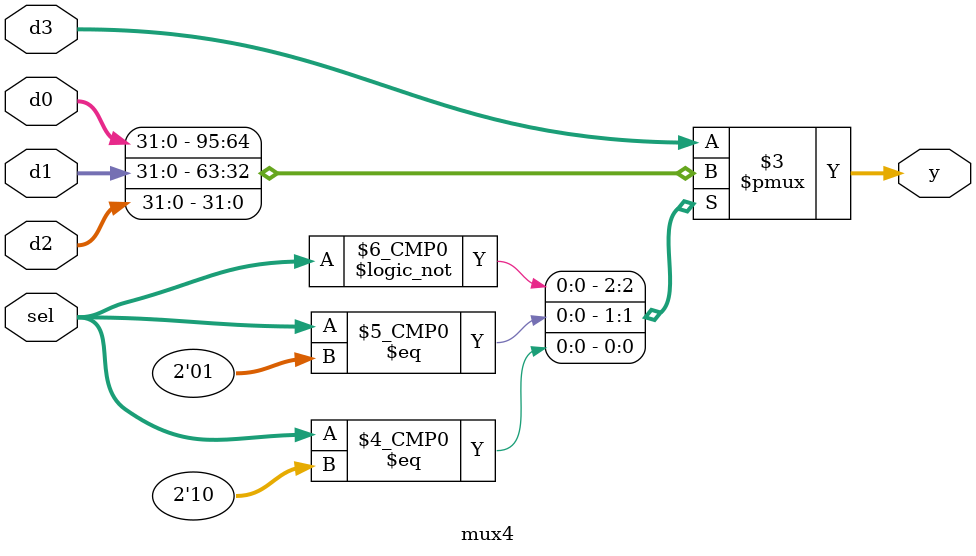
<source format=sv>
module mux4 #(parameter W=32)(
  input  logic [W-1:0] d0,d1,d2,d3,
  input  logic [1:0]   sel,
  output logic [W-1:0] y
); always_comb unique case(sel)
    2'b00: y=d0; 
	 2'b01: y=d1; 
	 2'b10: y=d2; 
	 default: y=d3;
  endcase 
  endmodule 

</source>
